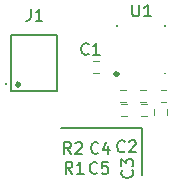
<source format=gbr>
G04 #@! TF.GenerationSoftware,KiCad,Pcbnew,(5.1.6)-1*
G04 #@! TF.CreationDate,2020-08-30T18:04:45+02:00*
G04 #@! TF.ProjectId,Freude_Touchpad,46726575-6465-45f5-946f-756368706164,rev?*
G04 #@! TF.SameCoordinates,Original*
G04 #@! TF.FileFunction,Legend,Top*
G04 #@! TF.FilePolarity,Positive*
%FSLAX46Y46*%
G04 Gerber Fmt 4.6, Leading zero omitted, Abs format (unit mm)*
G04 Created by KiCad (PCBNEW (5.1.6)-1) date 2020-08-30 18:04:45*
%MOMM*%
%LPD*%
G01*
G04 APERTURE LIST*
%ADD10C,0.150000*%
%ADD11C,0.120000*%
%ADD12C,0.300000*%
%ADD13C,0.400000*%
%ADD14C,0.200000*%
G04 APERTURE END LIST*
D10*
X103850000Y-105500000D02*
X103850000Y-109500000D01*
X97000000Y-105500000D02*
X103850000Y-105500000D01*
D11*
X104250000Y-102270000D02*
X103750000Y-102270000D01*
X103750000Y-103330000D02*
X104250000Y-103330000D01*
X99750000Y-100880000D02*
X100250000Y-100880000D01*
X100250000Y-99820000D02*
X99750000Y-99820000D01*
X102600000Y-103470000D02*
X102100000Y-103470000D01*
X102100000Y-104530000D02*
X102600000Y-104530000D01*
X102050000Y-103330000D02*
X102550000Y-103330000D01*
X102550000Y-102270000D02*
X102050000Y-102270000D01*
X103800000Y-104530000D02*
X104300000Y-104530000D01*
X104300000Y-103470000D02*
X103800000Y-103470000D01*
X104920000Y-103950000D02*
X104920000Y-104450000D01*
X105980000Y-104450000D02*
X105980000Y-103950000D01*
X105450000Y-103330000D02*
X105950000Y-103330000D01*
X105950000Y-102270000D02*
X105450000Y-102270000D01*
D10*
X101779345Y-96850603D02*
X101779345Y-96825603D01*
X101779345Y-96825603D02*
X101804345Y-96825603D01*
X105829345Y-96850603D02*
X105829345Y-96825603D01*
X105829345Y-96825603D02*
X105804345Y-96825603D01*
X105829345Y-100850603D02*
X105829345Y-100875603D01*
X105829345Y-100875603D02*
X105804345Y-100875603D01*
D12*
X101834729Y-100950603D02*
G75*
G03*
X101834729Y-100950603I-130384J0D01*
G01*
D13*
X93445711Y-101850000D02*
G75*
G03*
X93445711Y-101850000I-70711J0D01*
G01*
D14*
X92445711Y-101800000D02*
G75*
G03*
X92445711Y-101800000I-70711J0D01*
G01*
X96675000Y-97650000D02*
X92825000Y-97650000D01*
X92825000Y-102350000D02*
X92825000Y-97650000D01*
X96675000Y-102350000D02*
X92825000Y-102350000D01*
X96675000Y-102350000D02*
X96675000Y-97650000D01*
D10*
X100183333Y-107632142D02*
X100135714Y-107679761D01*
X99992857Y-107727380D01*
X99897619Y-107727380D01*
X99754761Y-107679761D01*
X99659523Y-107584523D01*
X99611904Y-107489285D01*
X99564285Y-107298809D01*
X99564285Y-107155952D01*
X99611904Y-106965476D01*
X99659523Y-106870238D01*
X99754761Y-106775000D01*
X99897619Y-106727380D01*
X99992857Y-106727380D01*
X100135714Y-106775000D01*
X100183333Y-106822619D01*
X101040476Y-107060714D02*
X101040476Y-107727380D01*
X100802380Y-106679761D02*
X100564285Y-107394047D01*
X101183333Y-107394047D01*
X99358333Y-99232142D02*
X99310714Y-99279761D01*
X99167857Y-99327380D01*
X99072619Y-99327380D01*
X98929761Y-99279761D01*
X98834523Y-99184523D01*
X98786904Y-99089285D01*
X98739285Y-98898809D01*
X98739285Y-98755952D01*
X98786904Y-98565476D01*
X98834523Y-98470238D01*
X98929761Y-98375000D01*
X99072619Y-98327380D01*
X99167857Y-98327380D01*
X99310714Y-98375000D01*
X99358333Y-98422619D01*
X100310714Y-99327380D02*
X99739285Y-99327380D01*
X100025000Y-99327380D02*
X100025000Y-98327380D01*
X99929761Y-98470238D01*
X99834523Y-98565476D01*
X99739285Y-98613095D01*
X97983333Y-109377380D02*
X97650000Y-108901190D01*
X97411904Y-109377380D02*
X97411904Y-108377380D01*
X97792857Y-108377380D01*
X97888095Y-108425000D01*
X97935714Y-108472619D01*
X97983333Y-108567857D01*
X97983333Y-108710714D01*
X97935714Y-108805952D01*
X97888095Y-108853571D01*
X97792857Y-108901190D01*
X97411904Y-108901190D01*
X98935714Y-109377380D02*
X98364285Y-109377380D01*
X98650000Y-109377380D02*
X98650000Y-108377380D01*
X98554761Y-108520238D01*
X98459523Y-108615476D01*
X98364285Y-108663095D01*
X97858333Y-107727380D02*
X97525000Y-107251190D01*
X97286904Y-107727380D02*
X97286904Y-106727380D01*
X97667857Y-106727380D01*
X97763095Y-106775000D01*
X97810714Y-106822619D01*
X97858333Y-106917857D01*
X97858333Y-107060714D01*
X97810714Y-107155952D01*
X97763095Y-107203571D01*
X97667857Y-107251190D01*
X97286904Y-107251190D01*
X98239285Y-106822619D02*
X98286904Y-106775000D01*
X98382142Y-106727380D01*
X98620238Y-106727380D01*
X98715476Y-106775000D01*
X98763095Y-106822619D01*
X98810714Y-106917857D01*
X98810714Y-107013095D01*
X98763095Y-107155952D01*
X98191666Y-107727380D01*
X98810714Y-107727380D01*
X100083333Y-109307142D02*
X100035714Y-109354761D01*
X99892857Y-109402380D01*
X99797619Y-109402380D01*
X99654761Y-109354761D01*
X99559523Y-109259523D01*
X99511904Y-109164285D01*
X99464285Y-108973809D01*
X99464285Y-108830952D01*
X99511904Y-108640476D01*
X99559523Y-108545238D01*
X99654761Y-108450000D01*
X99797619Y-108402380D01*
X99892857Y-108402380D01*
X100035714Y-108450000D01*
X100083333Y-108497619D01*
X100988095Y-108402380D02*
X100511904Y-108402380D01*
X100464285Y-108878571D01*
X100511904Y-108830952D01*
X100607142Y-108783333D01*
X100845238Y-108783333D01*
X100940476Y-108830952D01*
X100988095Y-108878571D01*
X101035714Y-108973809D01*
X101035714Y-109211904D01*
X100988095Y-109307142D01*
X100940476Y-109354761D01*
X100845238Y-109402380D01*
X100607142Y-109402380D01*
X100511904Y-109354761D01*
X100464285Y-109307142D01*
X103032142Y-109116666D02*
X103079761Y-109164285D01*
X103127380Y-109307142D01*
X103127380Y-109402380D01*
X103079761Y-109545238D01*
X102984523Y-109640476D01*
X102889285Y-109688095D01*
X102698809Y-109735714D01*
X102555952Y-109735714D01*
X102365476Y-109688095D01*
X102270238Y-109640476D01*
X102175000Y-109545238D01*
X102127380Y-109402380D01*
X102127380Y-109307142D01*
X102175000Y-109164285D01*
X102222619Y-109116666D01*
X102127380Y-108783333D02*
X102127380Y-108164285D01*
X102508333Y-108497619D01*
X102508333Y-108354761D01*
X102555952Y-108259523D01*
X102603571Y-108211904D01*
X102698809Y-108164285D01*
X102936904Y-108164285D01*
X103032142Y-108211904D01*
X103079761Y-108259523D01*
X103127380Y-108354761D01*
X103127380Y-108640476D01*
X103079761Y-108735714D01*
X103032142Y-108783333D01*
X102408333Y-107482142D02*
X102360714Y-107529761D01*
X102217857Y-107577380D01*
X102122619Y-107577380D01*
X101979761Y-107529761D01*
X101884523Y-107434523D01*
X101836904Y-107339285D01*
X101789285Y-107148809D01*
X101789285Y-107005952D01*
X101836904Y-106815476D01*
X101884523Y-106720238D01*
X101979761Y-106625000D01*
X102122619Y-106577380D01*
X102217857Y-106577380D01*
X102360714Y-106625000D01*
X102408333Y-106672619D01*
X102789285Y-106672619D02*
X102836904Y-106625000D01*
X102932142Y-106577380D01*
X103170238Y-106577380D01*
X103265476Y-106625000D01*
X103313095Y-106672619D01*
X103360714Y-106767857D01*
X103360714Y-106863095D01*
X103313095Y-107005952D01*
X102741666Y-107577380D01*
X103360714Y-107577380D01*
X103063095Y-95077380D02*
X103063095Y-95886904D01*
X103110714Y-95982142D01*
X103158333Y-96029761D01*
X103253571Y-96077380D01*
X103444047Y-96077380D01*
X103539285Y-96029761D01*
X103586904Y-95982142D01*
X103634523Y-95886904D01*
X103634523Y-95077380D01*
X104634523Y-96077380D02*
X104063095Y-96077380D01*
X104348809Y-96077380D02*
X104348809Y-95077380D01*
X104253571Y-95220238D01*
X104158333Y-95315476D01*
X104063095Y-95363095D01*
X94441666Y-95452380D02*
X94441666Y-96166666D01*
X94394047Y-96309523D01*
X94298809Y-96404761D01*
X94155952Y-96452380D01*
X94060714Y-96452380D01*
X95441666Y-96452380D02*
X94870238Y-96452380D01*
X95155952Y-96452380D02*
X95155952Y-95452380D01*
X95060714Y-95595238D01*
X94965476Y-95690476D01*
X94870238Y-95738095D01*
M02*

</source>
